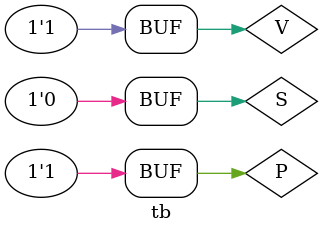
<source format=v>
module tb();

    reg S,P,V;
    wire LED;



    combinationa_circuit dut (
                                .S(S),
                                .P(P),
                                .V(V),
                                .LED(LED)
    );

    initial begin
      
      S <= 1'b0;
      P <= 1'b0;
      V <= 1'b0;
      #100;

      S <= 1'b0;
      P <= 1'b1;
      V <= 1'b1;
      #100;

    end

    initial begin
        $dumpfile ("dump.vsd");
        $dumpvars(0);

    end

endmodule
</source>
